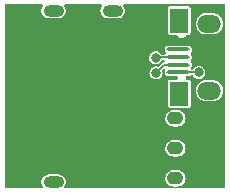
<source format=gbr>
%TF.GenerationSoftware,Altium Limited,Altium Designer,20.1.8 (145)*%
G04 Layer_Physical_Order=1*
G04 Layer_Color=255*
%FSLAX45Y45*%
%MOMM*%
%TF.SameCoordinates,4CD9D56E-ABF0-4F53-8DDA-4C7987737DBE*%
%TF.FilePolarity,Positive*%
%TF.FileFunction,Copper,L1,Top,Signal*%
%TF.Part,Single*%
G01*
G75*
%TA.AperFunction,SMDPad,CuDef*%
G04:AMPARAMS|DCode=10|XSize=2.1mm|YSize=1.6mm|CornerRadius=0.008mm|HoleSize=0mm|Usage=FLASHONLY|Rotation=90.000|XOffset=0mm|YOffset=0mm|HoleType=Round|Shape=RoundedRectangle|*
%AMROUNDEDRECTD10*
21,1,2.10000,1.58400,0,0,90.0*
21,1,2.08400,1.60000,0,0,90.0*
1,1,0.01600,0.79200,1.04200*
1,1,0.01600,0.79200,-1.04200*
1,1,0.01600,-0.79200,-1.04200*
1,1,0.01600,-0.79200,1.04200*
%
%ADD10ROUNDEDRECTD10*%
G04:AMPARAMS|DCode=11|XSize=0.35mm|YSize=2mm|CornerRadius=0.175mm|HoleSize=0mm|Usage=FLASHONLY|Rotation=90.000|XOffset=0mm|YOffset=0mm|HoleType=Round|Shape=RoundedRectangle|*
%AMROUNDEDRECTD11*
21,1,0.35000,1.65000,0,0,90.0*
21,1,0.00000,2.00000,0,0,90.0*
1,1,0.35000,0.82500,0.00000*
1,1,0.35000,0.82500,0.00000*
1,1,0.35000,-0.82500,0.00000*
1,1,0.35000,-0.82500,0.00000*
%
%ADD11ROUNDEDRECTD11*%
%TA.AperFunction,Conductor*%
%ADD12C,0.12700*%
%TA.AperFunction,ComponentPad*%
G04:AMPARAMS|DCode=13|XSize=1.1mm|YSize=1.4mm|CornerRadius=0.55mm|HoleSize=0mm|Usage=FLASHONLY|Rotation=90.000|XOffset=0mm|YOffset=0mm|HoleType=Round|Shape=RoundedRectangle|*
%AMROUNDEDRECTD13*
21,1,1.10000,0.30000,0,0,90.0*
21,1,0.00000,1.40000,0,0,90.0*
1,1,1.10000,0.15000,0.00000*
1,1,1.10000,0.15000,0.00000*
1,1,1.10000,-0.15000,0.00000*
1,1,1.10000,-0.15000,0.00000*
%
%ADD13ROUNDEDRECTD13*%
%ADD14O,2.00000X1.50000*%
G04:AMPARAMS|DCode=15|XSize=2.25mm|YSize=3.75mm|CornerRadius=1.125mm|HoleSize=0mm|Usage=FLASHONLY|Rotation=180.000|XOffset=0mm|YOffset=0mm|HoleType=Round|Shape=RoundedRectangle|*
%AMROUNDEDRECTD15*
21,1,2.25000,1.50000,0,0,180.0*
21,1,0.00000,3.75000,0,0,180.0*
1,1,2.25000,0.00000,0.75000*
1,1,2.25000,0.00000,0.75000*
1,1,2.25000,0.00000,-0.75000*
1,1,2.25000,0.00000,-0.75000*
%
%ADD15ROUNDEDRECTD15*%
%ADD16O,2.25000X3.75000*%
%ADD17O,1.75000X1.00000*%
%TA.AperFunction,ViaPad*%
%ADD18C,0.80000*%
%ADD19C,0.80000*%
G36*
X1879609Y20391D02*
X523329D01*
X516303Y35631D01*
X517485Y37014D01*
X522850Y45770D01*
X526780Y55257D01*
X529177Y65242D01*
X529983Y75479D01*
X529177Y85717D01*
X526780Y95702D01*
X522850Y105189D01*
X517485Y113945D01*
X510816Y121754D01*
X503007Y128423D01*
X494251Y133788D01*
X484764Y137718D01*
X474779Y140115D01*
X464541Y140921D01*
X389541D01*
X379304Y140115D01*
X369319Y137718D01*
X359831Y133788D01*
X351076Y128423D01*
X343267Y121754D01*
X336598Y113945D01*
X331233Y105189D01*
X327303Y95702D01*
X324905Y85717D01*
X324100Y75479D01*
X324905Y65242D01*
X327303Y55257D01*
X331233Y45770D01*
X336598Y37014D01*
X337779Y35631D01*
X330753Y20391D01*
X20391D01*
Y1579609D01*
X329934D01*
X336960Y1564369D01*
X336598Y1563945D01*
X331233Y1555189D01*
X327303Y1545702D01*
X324905Y1535717D01*
X324100Y1525480D01*
X324905Y1515242D01*
X327303Y1505257D01*
X331233Y1495770D01*
X336598Y1487014D01*
X343267Y1479205D01*
X351076Y1472536D01*
X359831Y1467171D01*
X369319Y1463241D01*
X379304Y1460844D01*
X389541Y1460038D01*
X464541D01*
X474779Y1460844D01*
X484764Y1463241D01*
X494251Y1467171D01*
X503007Y1472536D01*
X510816Y1479205D01*
X517485Y1487014D01*
X522850Y1495770D01*
X526780Y1505257D01*
X529177Y1515242D01*
X529983Y1525480D01*
X529177Y1535717D01*
X526780Y1545702D01*
X522850Y1555189D01*
X517485Y1563945D01*
X517122Y1564369D01*
X524148Y1579609D01*
X829934D01*
X836960Y1564369D01*
X836598Y1563945D01*
X831233Y1555189D01*
X827303Y1545702D01*
X824905Y1535717D01*
X824100Y1525480D01*
X824905Y1515242D01*
X827303Y1505257D01*
X831233Y1495770D01*
X836598Y1487014D01*
X843267Y1479205D01*
X851076Y1472536D01*
X859831Y1467171D01*
X869319Y1463241D01*
X879304Y1460844D01*
X889541Y1460038D01*
X964541D01*
X974779Y1460844D01*
X984764Y1463241D01*
X994251Y1467171D01*
X1003007Y1472536D01*
X1010816Y1479205D01*
X1017485Y1487014D01*
X1022850Y1495770D01*
X1026780Y1505257D01*
X1029177Y1515242D01*
X1029983Y1525480D01*
X1029177Y1535717D01*
X1026780Y1545702D01*
X1022850Y1555189D01*
X1017485Y1563945D01*
X1017122Y1564369D01*
X1024148Y1579609D01*
X1879609D01*
Y20391D01*
D02*
G37*
%LPC*%
G36*
X1771434Y1505257D02*
X1721433D01*
X1709629Y1504484D01*
X1698027Y1502176D01*
X1686826Y1498373D01*
X1676217Y1493142D01*
X1666381Y1486570D01*
X1657487Y1478770D01*
X1649688Y1469876D01*
X1643116Y1460041D01*
X1637884Y1449431D01*
X1634081Y1438230D01*
X1631773Y1426628D01*
X1631000Y1414824D01*
X1631773Y1403020D01*
X1634081Y1391418D01*
X1637884Y1380217D01*
X1643116Y1369607D01*
X1649688Y1359771D01*
X1657487Y1350878D01*
X1666381Y1343078D01*
X1676217Y1336506D01*
X1686826Y1331274D01*
X1698027Y1327472D01*
X1709629Y1325164D01*
X1721433Y1324391D01*
X1771434D01*
X1783237Y1325164D01*
X1794839Y1327472D01*
X1806041Y1331274D01*
X1816650Y1336506D01*
X1826486Y1343078D01*
X1835380Y1350878D01*
X1843179Y1359771D01*
X1849751Y1369607D01*
X1854983Y1380217D01*
X1858785Y1391418D01*
X1861093Y1403020D01*
X1861867Y1414824D01*
X1861093Y1426628D01*
X1858785Y1438230D01*
X1854983Y1449431D01*
X1849751Y1460041D01*
X1843179Y1469876D01*
X1835380Y1478770D01*
X1826486Y1486570D01*
X1816650Y1493142D01*
X1806041Y1498373D01*
X1794839Y1502176D01*
X1783237Y1504484D01*
X1771434Y1505257D01*
D02*
G37*
G36*
X1570633Y1562202D02*
X1412233D01*
X1408046Y1561651D01*
X1404144Y1560035D01*
X1400793Y1557464D01*
X1398223Y1554113D01*
X1396606Y1550211D01*
X1396055Y1546024D01*
Y1337624D01*
X1396606Y1333437D01*
X1398223Y1329535D01*
X1400793Y1326184D01*
X1404144Y1323613D01*
X1408046Y1321997D01*
X1412233Y1321445D01*
X1472531D01*
X1474077Y1316350D01*
X1477813Y1309360D01*
X1482842Y1303232D01*
X1488969Y1298204D01*
X1495960Y1294467D01*
X1503545Y1292166D01*
X1511433Y1291389D01*
X1519322Y1292166D01*
X1526907Y1294467D01*
X1533898Y1298204D01*
X1540025Y1303232D01*
X1545054Y1309360D01*
X1548790Y1316350D01*
X1550336Y1321445D01*
X1570633D01*
X1574820Y1321997D01*
X1578722Y1323613D01*
X1582073Y1326184D01*
X1584644Y1329535D01*
X1586260Y1333437D01*
X1586811Y1337624D01*
Y1546024D01*
X1586260Y1550211D01*
X1584644Y1554113D01*
X1582073Y1557464D01*
X1578722Y1560035D01*
X1574820Y1561651D01*
X1570633Y1562202D01*
D02*
G37*
G36*
X1566433Y1229722D02*
X1401433D01*
X1395015Y1229090D01*
X1388843Y1227218D01*
X1383156Y1224178D01*
X1378170Y1220087D01*
X1374079Y1215101D01*
X1371039Y1209414D01*
X1369167Y1203242D01*
X1368535Y1196824D01*
X1369167Y1190406D01*
X1371039Y1184234D01*
X1374079Y1178547D01*
X1378170Y1173562D01*
X1379222Y1170527D01*
Y1167899D01*
X1365855Y1153600D01*
X1339998D01*
X1336379Y1159506D01*
X1330732Y1166118D01*
X1324121Y1171764D01*
X1316707Y1176308D01*
X1308674Y1179635D01*
X1300219Y1181665D01*
X1291551Y1182347D01*
X1282883Y1181665D01*
X1274428Y1179635D01*
X1266395Y1176308D01*
X1258981Y1171764D01*
X1252370Y1166118D01*
X1246723Y1159506D01*
X1242180Y1152092D01*
X1238852Y1144059D01*
X1236823Y1135604D01*
X1236140Y1126936D01*
X1236823Y1118268D01*
X1238852Y1109813D01*
X1242180Y1101780D01*
X1246723Y1094367D01*
X1252370Y1087755D01*
X1258981Y1082108D01*
X1266395Y1077565D01*
X1274428Y1074238D01*
X1282883Y1072208D01*
X1291551Y1071526D01*
X1300219Y1072208D01*
X1308674Y1074238D01*
X1316707Y1077565D01*
X1324121Y1082108D01*
X1330732Y1087755D01*
X1336379Y1094367D01*
X1340922Y1101780D01*
X1344250Y1109813D01*
X1344306Y1110048D01*
X1365042D01*
X1371658Y1094808D01*
X1365855Y1088600D01*
X1362309D01*
X1356673Y1087858D01*
X1351421Y1085683D01*
X1346911Y1082222D01*
X1315070Y1050380D01*
X1311690Y1051780D01*
X1303235Y1053810D01*
X1294567Y1054492D01*
X1285899Y1053810D01*
X1277444Y1051780D01*
X1269411Y1048453D01*
X1261997Y1043910D01*
X1255386Y1038263D01*
X1249739Y1031651D01*
X1245196Y1024237D01*
X1241868Y1016204D01*
X1239839Y1007750D01*
X1239156Y999082D01*
X1239839Y990414D01*
X1241868Y981959D01*
X1245196Y973926D01*
X1249739Y966512D01*
X1255386Y959900D01*
X1261997Y954253D01*
X1269411Y949710D01*
X1277444Y946383D01*
X1285899Y944353D01*
X1294567Y943671D01*
X1303235Y944353D01*
X1311690Y946383D01*
X1319723Y949710D01*
X1327137Y954253D01*
X1333748Y959900D01*
X1339395Y966512D01*
X1343938Y973926D01*
X1347266Y981959D01*
X1349295Y990414D01*
X1349977Y999082D01*
X1349295Y1007750D01*
X1347266Y1016204D01*
X1345865Y1019584D01*
X1363982Y1037700D01*
X1364958Y1037667D01*
X1368013Y1035622D01*
X1374079Y1020101D01*
X1371039Y1014414D01*
X1369167Y1008242D01*
X1368535Y1001824D01*
X1369167Y995406D01*
X1371039Y989234D01*
X1374079Y983547D01*
X1378170Y978561D01*
X1383156Y974470D01*
X1388843Y971430D01*
X1395015Y969558D01*
X1401433Y968926D01*
X1470110D01*
X1477163Y955524D01*
X1470325Y942203D01*
X1412233D01*
X1408046Y941651D01*
X1404144Y940035D01*
X1400793Y937464D01*
X1398223Y934113D01*
X1396606Y930211D01*
X1396055Y926024D01*
Y717624D01*
X1396606Y713437D01*
X1398223Y709535D01*
X1400793Y706184D01*
X1404144Y703613D01*
X1408046Y701997D01*
X1412233Y701446D01*
X1570633D01*
X1574820Y701997D01*
X1578722Y703613D01*
X1582073Y706184D01*
X1584644Y709535D01*
X1586260Y713437D01*
X1586811Y717624D01*
Y926024D01*
X1586260Y930211D01*
X1584644Y934113D01*
X1582073Y937464D01*
X1578722Y940035D01*
X1574820Y941651D01*
X1570633Y942203D01*
X1552541D01*
X1545704Y955524D01*
X1552756Y968926D01*
X1566433D01*
X1572852Y969558D01*
X1579023Y971430D01*
X1584711Y974470D01*
X1589696Y978561D01*
X1590916Y980048D01*
X1605225D01*
X1606625Y976668D01*
X1611168Y969254D01*
X1616815Y962643D01*
X1623427Y956996D01*
X1630841Y952453D01*
X1638874Y949125D01*
X1647329Y947096D01*
X1655997Y946413D01*
X1664665Y947096D01*
X1673120Y949125D01*
X1681153Y952453D01*
X1688566Y956996D01*
X1695178Y962643D01*
X1700825Y969254D01*
X1705368Y976668D01*
X1708695Y984701D01*
X1710725Y993156D01*
X1711407Y1001824D01*
X1710725Y1010492D01*
X1708695Y1018947D01*
X1705368Y1026980D01*
X1700825Y1034394D01*
X1695178Y1041005D01*
X1688566Y1046652D01*
X1681153Y1051195D01*
X1673120Y1054523D01*
X1664665Y1056552D01*
X1655997Y1057235D01*
X1647329Y1056552D01*
X1638874Y1054523D01*
X1630841Y1051195D01*
X1623427Y1046652D01*
X1616815Y1041005D01*
X1611168Y1034394D01*
X1606625Y1026980D01*
X1605225Y1023600D01*
X1590916D01*
X1589696Y1025086D01*
X1588645Y1028121D01*
Y1040527D01*
X1589696Y1043562D01*
X1593788Y1048547D01*
X1596828Y1054234D01*
X1598700Y1060406D01*
X1599332Y1066824D01*
X1598700Y1073242D01*
X1596828Y1079414D01*
X1593788Y1085101D01*
X1589696Y1090086D01*
X1588644Y1093121D01*
Y1105527D01*
X1589696Y1108562D01*
X1593788Y1113547D01*
X1596828Y1119234D01*
X1598700Y1125406D01*
X1599332Y1131824D01*
X1598700Y1138242D01*
X1596828Y1144414D01*
X1593788Y1150101D01*
X1589696Y1155086D01*
X1588644Y1158121D01*
Y1170527D01*
X1589696Y1173562D01*
X1593788Y1178547D01*
X1596828Y1184234D01*
X1598700Y1190406D01*
X1599332Y1196824D01*
X1598700Y1203242D01*
X1596828Y1209414D01*
X1593788Y1215101D01*
X1589696Y1220087D01*
X1584711Y1224178D01*
X1579023Y1227218D01*
X1572852Y1229090D01*
X1566433Y1229722D01*
D02*
G37*
G36*
X1771434Y939257D02*
X1721433D01*
X1709629Y938484D01*
X1698027Y936176D01*
X1686826Y932374D01*
X1676217Y927142D01*
X1666381Y920570D01*
X1657487Y912770D01*
X1649688Y903877D01*
X1643116Y894041D01*
X1637884Y883431D01*
X1634081Y872230D01*
X1631773Y860628D01*
X1631000Y848824D01*
X1631773Y837020D01*
X1634081Y825418D01*
X1637884Y814217D01*
X1643116Y803607D01*
X1649688Y793772D01*
X1657487Y784878D01*
X1666381Y777078D01*
X1676217Y770506D01*
X1686826Y765275D01*
X1698027Y761472D01*
X1709629Y759164D01*
X1721433Y758391D01*
X1771434D01*
X1783237Y759164D01*
X1794839Y761472D01*
X1806041Y765275D01*
X1816650Y770506D01*
X1826486Y777078D01*
X1835380Y784878D01*
X1843179Y793772D01*
X1849751Y803607D01*
X1854983Y814217D01*
X1858785Y825418D01*
X1861093Y837020D01*
X1861867Y848824D01*
X1861093Y860628D01*
X1858785Y872230D01*
X1854983Y883431D01*
X1849751Y894041D01*
X1843179Y903877D01*
X1835380Y912770D01*
X1826486Y920570D01*
X1816650Y927142D01*
X1806041Y932374D01*
X1794839Y936176D01*
X1783237Y938484D01*
X1771434Y939257D01*
D02*
G37*
G36*
X1474369Y684553D02*
X1444369D01*
X1433347Y683685D01*
X1422597Y681105D01*
X1412382Y676873D01*
X1402955Y671097D01*
X1394548Y663916D01*
X1387368Y655509D01*
X1381591Y646083D01*
X1377360Y635868D01*
X1374779Y625118D01*
X1373912Y614096D01*
X1374779Y603074D01*
X1377360Y592323D01*
X1381591Y582109D01*
X1387368Y572682D01*
X1394548Y564275D01*
X1402955Y557095D01*
X1412382Y551318D01*
X1422597Y547087D01*
X1433347Y544506D01*
X1444369Y543639D01*
X1474369D01*
X1485391Y544506D01*
X1496141Y547087D01*
X1506356Y551318D01*
X1515783Y557095D01*
X1524189Y564275D01*
X1531370Y572682D01*
X1537147Y582109D01*
X1541378Y592323D01*
X1543959Y603074D01*
X1544826Y614096D01*
X1543959Y625118D01*
X1541378Y635868D01*
X1537147Y646083D01*
X1531370Y655509D01*
X1524189Y663916D01*
X1515783Y671097D01*
X1506356Y676873D01*
X1496141Y681105D01*
X1485391Y683685D01*
X1474369Y684553D01*
D02*
G37*
G36*
Y430553D02*
X1444369D01*
X1433347Y429685D01*
X1422597Y427105D01*
X1412382Y422873D01*
X1402955Y417097D01*
X1394548Y409916D01*
X1387368Y401509D01*
X1381591Y392083D01*
X1377360Y381868D01*
X1374779Y371118D01*
X1373912Y360096D01*
X1374779Y349074D01*
X1377360Y338323D01*
X1381591Y328109D01*
X1387368Y318682D01*
X1394548Y310275D01*
X1402955Y303095D01*
X1412382Y297318D01*
X1422597Y293087D01*
X1433347Y290506D01*
X1444369Y289639D01*
X1474369D01*
X1485391Y290506D01*
X1496141Y293087D01*
X1506356Y297318D01*
X1515783Y303095D01*
X1524189Y310275D01*
X1531370Y318682D01*
X1537147Y328109D01*
X1541378Y338323D01*
X1543959Y349074D01*
X1544826Y360096D01*
X1543959Y371118D01*
X1541378Y381868D01*
X1537147Y392083D01*
X1531370Y401509D01*
X1524189Y409916D01*
X1515783Y417097D01*
X1506356Y422873D01*
X1496141Y427105D01*
X1485391Y429685D01*
X1474369Y430553D01*
D02*
G37*
G36*
Y176553D02*
X1444369D01*
X1433347Y175685D01*
X1422597Y173105D01*
X1412382Y168873D01*
X1402955Y163097D01*
X1394548Y155916D01*
X1387368Y147509D01*
X1381591Y138083D01*
X1377360Y127868D01*
X1374779Y117118D01*
X1373912Y106096D01*
X1374779Y95074D01*
X1377360Y84323D01*
X1381591Y74109D01*
X1387368Y64682D01*
X1394548Y56275D01*
X1402955Y49095D01*
X1412382Y43318D01*
X1422597Y39087D01*
X1433347Y36506D01*
X1444369Y35639D01*
X1474369D01*
X1485391Y36506D01*
X1496141Y39087D01*
X1506356Y43318D01*
X1515783Y49095D01*
X1524189Y56275D01*
X1531370Y64682D01*
X1537147Y74109D01*
X1541378Y84323D01*
X1543959Y95074D01*
X1544826Y106096D01*
X1543959Y117118D01*
X1541378Y127868D01*
X1537147Y138083D01*
X1531370Y147509D01*
X1524189Y155916D01*
X1515783Y163097D01*
X1506356Y168873D01*
X1496141Y173105D01*
X1485391Y175685D01*
X1474369Y176553D01*
D02*
G37*
%LPD*%
D10*
X1491433Y1441824D02*
D03*
Y821824D02*
D03*
D11*
X1483933Y1261824D02*
D03*
Y1196824D02*
D03*
Y1131824D02*
D03*
Y1001824D02*
D03*
Y1066824D02*
D03*
D12*
X1362309D02*
X1483933D01*
X1294567Y999082D02*
X1362309Y1066824D01*
X1296439Y1131824D02*
X1483933D01*
X1291551Y1126936D02*
X1296439Y1131824D01*
X1483933Y1001824D02*
X1654219D01*
D13*
X1459369Y614096D02*
D03*
Y106096D02*
D03*
X1713369D02*
D03*
X1459369Y360096D02*
D03*
X1713369D02*
D03*
Y614096D02*
D03*
D14*
X1746433Y1414824D02*
D03*
Y848824D02*
D03*
D15*
X1214541Y775480D02*
D03*
D16*
X139541D02*
D03*
D17*
X427041Y75479D02*
D03*
X927041D02*
D03*
X677041Y1525480D02*
D03*
X427041D02*
D03*
X927041D02*
D03*
D18*
X1121604Y1107529D02*
D03*
X1346547Y1279881D02*
D03*
X1109158Y1314450D02*
D03*
X326139Y1411197D02*
D03*
X1628968Y1261824D02*
D03*
X1019466Y620092D02*
D03*
X329759Y626709D02*
D03*
X93980Y997645D02*
D03*
X1027884Y1325880D02*
D03*
X996183Y1069981D02*
D03*
X787041Y1084039D02*
D03*
D19*
X1291551Y1126936D02*
D03*
X1294567Y999082D02*
D03*
X1655997Y1001824D02*
D03*
%TF.MD5,9b8f88c914bccf0fc84842d4c6fb8760*%
M02*

</source>
